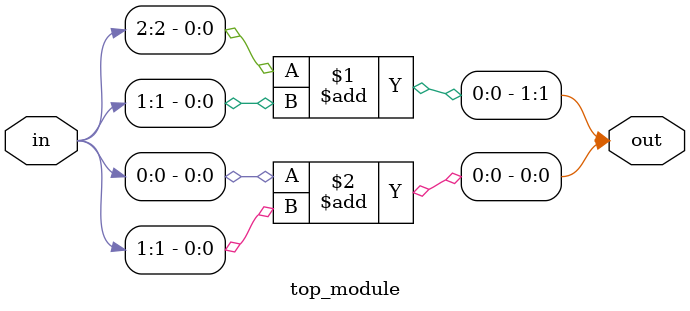
<source format=sv>
module top_module (
    input [2:0] in,
    output [1:0] out
);

    assign out[1] = in[2] + in[1];
    assign out[0] = in[0] + in[1];

endmodule

</source>
